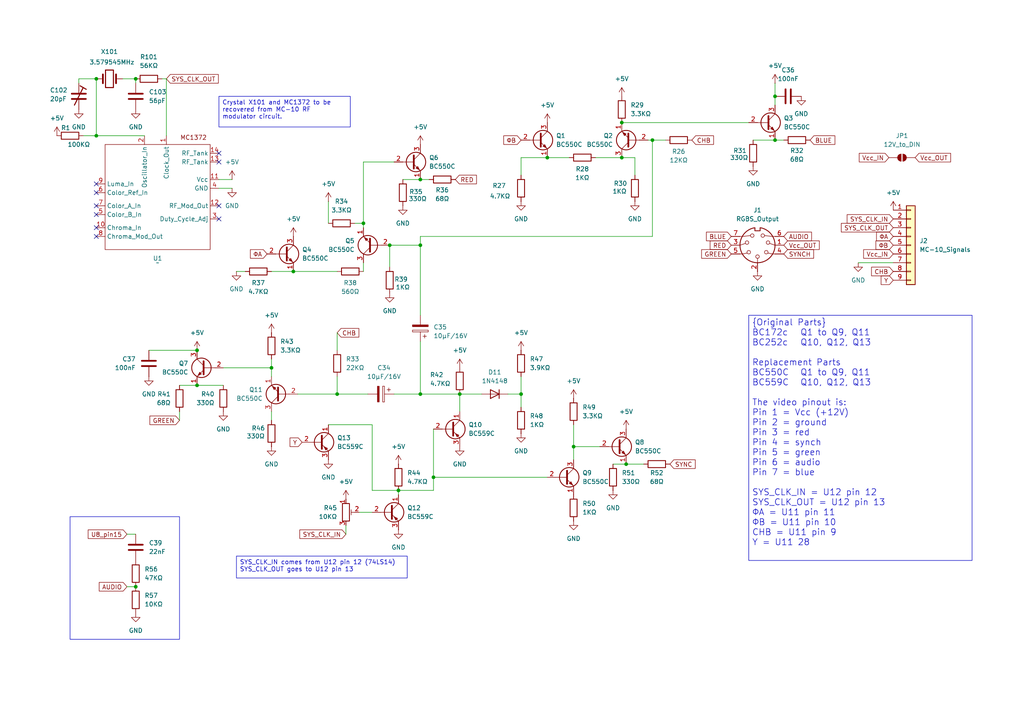
<source format=kicad_sch>
(kicad_sch (version 20250114) (generator "eeschema") (generator_version "9.0")
  (paper "A4")
  (lib_symbols
    (symbol "Clueless_Engineer:MC1372"
      (property "Reference" "U" (at -10.922 -1.016 0))
      (symbol "MC1372_0_1"
        (rectangle (start -12.7 -2.54) (end 17.78 -33.02))
      )
      (symbol "MC1372_1_1"
        (text "MC1372" (at 12.954 -0.508 0) (effects (font (size 1.27 1.27))))
        (pin input line (at -15.24 -13.97 0) (length 2.54) (name "Luma_In") (number "9"))
        (pin input line (at -15.24 -16.51 0) (length 2.54) (name "Color_Ref_In") (number "6"))
        (pin input line (at -15.24 -20.32 0) (length 2.54) (name "Color_A_In") (number "7"))
        (pin input line (at -15.24 -22.86 0) (length 2.54) (name "Color_B_In") (number "5"))
        (pin input line (at -15.24 -26.67 0) (length 2.54) (name "Chroma_In") (number "10"))
        (pin output line (at -15.24 -29.21 0) (length 2.54) (name "Chroma_Mod_Out") (number "8"))
        (pin input line (at -1.27 0 270) (length 2.54) (name "Oscillator_In") (number "2"))
        (pin output line (at 5.08 0 270) (length 2.54) (name "Clock_Out") (number "1"))
        (pin input line (at 20.32 -5.08 180) (length 2.54) (name "RF_Tank") (number "14"))
        (pin input line (at 20.32 -7.62 180) (length 2.54) (name "RF_Tank") (number "13"))
        (pin power_in line (at 20.32 -12.7 180) (length 2.54) (name "Vcc") (number "11"))
        (pin power_in line (at 20.32 -15.24 180) (length 2.54) (name "GND") (number "4"))
        (pin output line (at 20.32 -20.32 180) (length 2.54) (name "RF_Mod_Out") (number "12"))
        (pin input line (at 20.32 -24.13 180) (length 2.54) (name "Duty_Cycle_Adj") (number "3"))
      )
    )
    (symbol "Connector:DIN-7" (pin_names (offset 1.016))
      (property "Reference" "J" (at 3.175 5.715 0))
      (property "Value" "DIN-7" (at 0 -6.604 0))
      (symbol "DIN-7_0_1"
        (polyline (pts (xy -5.08 2.54) (xy -4.318 2.54) (xy -3.048 2.286)))
        (polyline (pts (xy -5.08 0) (xy -3.556 -0.508)))
        (polyline (pts (xy -5.08 -2.54) (xy -4.318 -2.54) (xy -2.032 -2.794)))
        (circle (center -3.048 -0.762) (radius 0.508))
        (circle (center -2.54 2.032) (radius 0.508))
        (circle (center -1.524 -2.794) (radius 0.508))
        (polyline (pts (xy -0.762 -4.953) (xy -0.762 -4.191) (xy 0.762 -4.191) (xy 0.762 -4.953)) (stroke (width 0.254)))
        (arc (start 5.08 0) (mid 3.8673 -3.3444) (end 0.762 -5.08) (stroke (width 0.254)))
        (polyline (pts (xy 0 5.08) (xy 0 3.81)))
        (circle (center 0 3.302) (radius 0.508))
        (arc (start -5.08 0) (mid 0 5.0579) (end 5.08 0) (stroke (width 0.254)))
        (arc (start -0.762 -5.08) (mid -3.8597 -3.3379) (end -5.08 0) (stroke (width 0.254)))
        (circle (center 1.524 -2.794) (radius 0.508))
        (circle (center 2.54 2.032) (radius 0.508))
        (circle (center 3.048 -0.762) (radius 0.508))
        (polyline (pts (xy 5.08 2.54) (xy 4.318 2.54) (xy 3.048 2.286)))
        (polyline (pts (xy 5.08 0) (xy 3.556 -0.508)))
        (polyline (pts (xy 5.08 -2.54) (xy 4.318 -2.54) (xy 2.032 -2.794)))
      )
      (symbol "DIN-7_1_1"
        (pin passive line (at -7.62 2.54 0) (length 2.54) (name "~") (number "4"))
        (pin passive line (at -7.62 0 0) (length 2.54) (name "~") (number "1"))
        (pin passive line (at -7.62 -2.54 0) (length 2.54) (name "~") (number "6"))
        (pin passive line (at 0 7.62 270) (length 2.54) (name "~") (number "2"))
        (pin passive line (at 7.62 2.54 180) (length 2.54) (name "~") (number "5"))
        (pin passive line (at 7.62 0 180) (length 2.54) (name "~") (number "3"))
        (pin passive line (at 7.62 -2.54 180) (length 2.54) (name "~") (number "7"))
      )
    )
    (symbol "Connector_Generic:Conn_01x09" (pin_names (offset 1.016) (hide yes))
      (property "Reference" "J" (at 0 12.7 0))
      (property "Value" "Conn_01x09" (at 0 -12.7 0))
      (symbol "Conn_01x09_1_1"
        (rectangle (start -1.27 11.43) (end 1.27 -11.43) (stroke (width 0.254)) (fill (type background)))
        (rectangle (start -1.27 10.287) (end 0 10.033) (stroke (width 0.1524)))
        (rectangle (start -1.27 7.747) (end 0 7.493) (stroke (width 0.1524)))
        (rectangle (start -1.27 5.207) (end 0 4.953) (stroke (width 0.1524)))
        (rectangle (start -1.27 2.667) (end 0 2.413) (stroke (width 0.1524)))
        (rectangle (start -1.27 0.127) (end 0 -0.127) (stroke (width 0.1524)))
        (rectangle (start -1.27 -2.413) (end 0 -2.667) (stroke (width 0.1524)))
        (rectangle (start -1.27 -4.953) (end 0 -5.207) (stroke (width 0.1524)))
        (rectangle (start -1.27 -7.493) (end 0 -7.747) (stroke (width 0.1524)))
        (rectangle (start -1.27 -10.033) (end 0 -10.287) (stroke (width 0.1524)))
        (pin passive line (at -5.08 10.16 0) (length 3.81) (name "Pin_1") (number "1"))
        (pin passive line (at -5.08 7.62 0) (length 3.81) (name "Pin_2") (number "2"))
        (pin passive line (at -5.08 5.08 0) (length 3.81) (name "Pin_3") (number "3"))
        (pin passive line (at -5.08 2.54 0) (length 3.81) (name "Pin_4") (number "4"))
        (pin passive line (at -5.08 0 0) (length 3.81) (name "Pin_5") (number "5"))
        (pin passive line (at -5.08 -2.54 0) (length 3.81) (name "Pin_6") (number "6"))
        (pin passive line (at -5.08 -5.08 0) (length 3.81) (name "Pin_7") (number "7"))
        (pin passive line (at -5.08 -7.62 0) (length 3.81) (name "Pin_8") (number "8"))
        (pin passive line (at -5.08 -10.16 0) (length 3.81) (name "Pin_9") (number "9"))
      )
    )
    (symbol "Device:C" (pin_numbers (hide yes)) (pin_names (offset 0.254))
      (property "Reference" "C" (at 0.635 2.54 0))
      (property "Value" "C" (at 0.635 -2.54 0))
      (symbol "C_0_1"
        (polyline (pts (xy -2.032 0.762) (xy 2.032 0.762)) (stroke (width 0.508)))
        (polyline (pts (xy -2.032 -0.762) (xy 2.032 -0.762)) (stroke (width 0.508)))
      )
      (symbol "C_1_1"
        (pin passive line (at 0 3.81 270) (length 2.794) (name "~") (number "1"))
        (pin passive line (at 0 -3.81 90) (length 2.794) (name "~") (number "2"))
      )
    )
    (symbol "Device:C_Polarized" (pin_numbers (hide yes)) (pin_names (offset 0.254))
      (property "Reference" "C" (at 0.635 2.54 0))
      (property "Value" "C_Polarized" (at 0.635 -2.54 0))
      (symbol "C_Polarized_0_1"
        (rectangle (start -2.286 0.508) (end 2.286 1.016))
        (polyline (pts (xy -1.778 2.286) (xy -0.762 2.286)))
        (polyline (pts (xy -1.27 2.794) (xy -1.27 1.778)))
        (rectangle (start 2.286 -0.508) (end -2.286 -1.016) (fill (type outline)))
      )
      (symbol "C_Polarized_1_1"
        (pin passive line (at 0 3.81 270) (length 2.794) (name "~") (number "1"))
        (pin passive line (at 0 -3.81 90) (length 2.794) (name "~") (number "2"))
      )
    )
    (symbol "Device:C_Trim" (pin_numbers (hide yes)) (pin_names (offset 0.254) (hide yes))
      (property "Reference" "C" (at 1.524 -2.032 0))
      (property "Value" "C_Trim" (at 3.048 -3.556 0))
      (symbol "C_Trim_0_1"
        (polyline (pts (xy -2.032 0.762) (xy 2.032 0.762)) (stroke (width 0.508)))
        (polyline (pts (xy -2.032 -0.762) (xy 2.032 -0.762)) (stroke (width 0.508)))
        (polyline (pts (xy 1.27 2.54) (xy -1.27 -2.54)) (stroke (width 0.3048)))
        (polyline (pts (xy 1.27 2.54) (xy 0.381 3.048)) (stroke (width 0.3048)))
        (polyline (pts (xy 1.27 2.54) (xy 2.159 2.032)) (stroke (width 0.3048)))
      )
      (symbol "C_Trim_1_1"
        (pin passive line (at 0 3.81 270) (length 3.048) (name "~") (number "1"))
        (pin passive line (at 0 -3.81 90) (length 3.048) (name "~") (number "2"))
      )
    )
    (symbol "Device:Crystal" (pin_numbers (hide yes)) (pin_names (offset 1.016) (hide yes))
      (property "Reference" "Y" (at 0 3.81 0))
      (property "Value" "Crystal" (at 0 -3.81 0))
      (symbol "Crystal_0_1"
        (polyline (pts (xy -2.54 0) (xy -1.905 0)))
        (polyline (pts (xy -1.905 -1.27) (xy -1.905 1.27)) (stroke (width 0.508)))
        (rectangle (start -1.143 2.54) (end 1.143 -2.54) (stroke (width 0.3048)))
        (polyline (pts (xy 1.905 -1.27) (xy 1.905 1.27)) (stroke (width 0.508)))
        (polyline (pts (xy 2.54 0) (xy 1.905 0)))
      )
      (symbol "Crystal_1_1"
        (pin passive line (at -3.81 0 0) (length 1.27) (name "1") (number "1"))
        (pin passive line (at 3.81 0 180) (length 1.27) (name "2") (number "2"))
      )
    )
    (symbol "Device:R" (pin_numbers (hide yes)) (pin_names (offset 0))
      (property "Reference" "R" (at 2.032 0 90))
      (property "Value" "R" (at 0 0 90))
      (symbol "R_0_1"
        (rectangle (start -1.016 -2.54) (end 1.016 2.54) (stroke (width 0.254)))
      )
      (symbol "R_1_1"
        (pin passive line (at 0 3.81 270) (length 1.27) (name "~") (number "1"))
        (pin passive line (at 0 -3.81 90) (length 1.27) (name "~") (number "2"))
      )
    )
    (symbol "Device:R_Potentiometer_Trim" (pin_names (offset 1.016) (hide yes))
      (property "Reference" "RV" (at -4.445 0 90))
      (property "Value" "R_Potentiometer_Trim" (at -2.54 0 90))
      (symbol "R_Potentiometer_Trim_0_1"
        (rectangle (start 1.016 2.54) (end -1.016 -2.54) (stroke (width 0.254)))
        (polyline (pts (xy 1.524 0.762) (xy 1.524 -0.762)))
        (polyline (pts (xy 2.54 0) (xy 1.524 0)))
      )
      (symbol "R_Potentiometer_Trim_1_1"
        (pin passive line (at 0 3.81 270) (length 1.27) (name "1") (number "1"))
        (pin passive line (at 0 -3.81 90) (length 1.27) (name "3") (number "3"))
        (pin passive line (at 3.81 0 180) (length 1.27) (name "2") (number "2"))
      )
    )
    (symbol "Diode:1N4148" (pin_numbers (hide yes)) (pin_names (hide yes))
      (property "Reference" "D" (at 0 2.54 0))
      (property "Value" "1N4148" (at 0 -2.54 0))
      (symbol "1N4148_0_1"
        (polyline (pts (xy -1.27 1.27) (xy -1.27 -1.27)) (stroke (width 0.254)))
        (polyline (pts (xy 1.27 1.27) (xy 1.27 -1.27) (xy -1.27 0) (xy 1.27 1.27)) (stroke (width 0.254)))
        (polyline (pts (xy 1.27 0) (xy -1.27 0)))
      )
      (symbol "1N4148_1_1"
        (pin passive line (at -3.81 0 0) (length 2.54) (name "K") (number "1"))
        (pin passive line (at 3.81 0 180) (length 2.54) (name "A") (number "2"))
      )
    )
    (symbol "Jumper:SolderJumper_2_Open" (pin_numbers (hide yes)) (pin_names (offset 0) (hide yes)) (exclude_from_sim yes) (in_bom no)
      (property "Reference" "JP" (at 0 2.032 0))
      (property "Value" "SolderJumper_2_Open" (at 0 -2.54 0))
      (symbol "SolderJumper_2_Open_0_1"
        (polyline (pts (xy -0.254 1.016) (xy -0.254 -1.016)))
        (arc (start -0.254 -1.016) (mid -1.2656 0) (end -0.254 1.016))
        (arc (start -0.254 -1.016) (mid -1.2656 0) (end -0.254 1.016) (fill (type outline)))
        (arc (start 0.254 1.016) (mid 1.2656 0) (end 0.254 -1.016))
        (arc (start 0.254 1.016) (mid 1.2656 0) (end 0.254 -1.016) (fill (type outline)))
        (polyline (pts (xy 0.254 1.016) (xy 0.254 -1.016)))
      )
      (symbol "SolderJumper_2_Open_1_1"
        (pin passive line (at -3.81 0 0) (length 2.54) (name "A") (number "1"))
        (pin passive line (at 3.81 0 180) (length 2.54) (name "B") (number "2"))
      )
    )
    (symbol "Transistor_BJT:2N3904" (pin_names (offset 0) (hide yes))
      (property "Reference" "Q" (at 5.08 1.905 0))
      (property "Value" "2N3904" (at 5.08 0 0))
      (symbol "2N3904_0_1"
        (polyline (pts (xy -2.54 0) (xy 0.635 0)))
        (polyline (pts (xy 0.635 1.905) (xy 0.635 -1.905)) (stroke (width 0.508)))
        (circle (center 1.27 0) (radius 2.8194) (stroke (width 0.254)))
      )
      (symbol "2N3904_1_1"
        (polyline (pts (xy 0.635 0.635) (xy 2.54 2.54)))
        (polyline (pts (xy 0.635 -0.635) (xy 2.54 -2.54)))
        (polyline (pts (xy 1.27 -1.778) (xy 1.778 -1.27) (xy 2.286 -2.286) (xy 1.27 -1.778)) (fill (type outline)))
        (pin input line (at -5.08 0 0) (length 2.54) (name "B") (number "2"))
        (pin passive line (at 2.54 5.08 270) (length 2.54) (name "C") (number "3"))
        (pin passive line (at 2.54 -5.08 90) (length 2.54) (name "E") (number "1"))
      )
    )
    (symbol "Transistor_BJT:BC558" (pin_names (offset 0) (hide yes))
      (property "Reference" "Q" (at 5.08 1.905 0))
      (property "Value" "BC558" (at 5.08 0 0))
      (symbol "BC558_0_1"
        (polyline (pts (xy -2.54 0) (xy 0.635 0)))
        (polyline (pts (xy 0.635 1.905) (xy 0.635 -1.905)) (stroke (width 0.508)))
        (polyline (pts (xy 0.635 0.635) (xy 2.54 2.54)))
        (polyline (pts (xy 0.635 -0.635) (xy 2.54 -2.54)))
        (circle (center 1.27 0) (radius 2.8194) (stroke (width 0.254)))
        (polyline (pts (xy 2.286 -1.778) (xy 1.778 -2.286) (xy 1.27 -1.27) (xy 2.286 -1.778)) (fill (type outline)))
      )
      (symbol "BC558_1_1"
        (pin input line (at -5.08 0 0) (length 2.54) (name "B") (number "2"))
        (pin passive line (at 2.54 5.08 270) (length 2.54) (name "C") (number "1"))
        (pin passive line (at 2.54 -5.08 90) (length 2.54) (name "E") (number "3"))
      )
    )
    (symbol "power:+5V" (power) (pin_numbers (hide yes)) (pin_names (offset 0) (hide yes))
      (property "Value" "+5V" (at 0 3.556 0))
      (symbol "+5V_0_1"
        (polyline (pts (xy -0.762 1.27) (xy 0 2.54)))
        (polyline (pts (xy 0 2.54) (xy 0.762 1.27)))
        (polyline (pts (xy 0 0) (xy 0 2.54)))
      )
      (symbol "+5V_1_1"
        (pin power_in line (at 0 0 90) (length 0) (name "~") (number "1"))
      )
    )
    (symbol "power:GND" (power) (pin_numbers (hide yes)) (pin_names (offset 0) (hide yes))
      (property "Value" "GND" (at 0 -3.81 0))
      (symbol "GND_0_1"
        (polyline (pts (xy 0 0) (xy 0 -1.27) (xy 1.27 -1.27) (xy 0 -2.54) (xy -1.27 -1.27) (xy 0 -1.27)))
      )
      (symbol "GND_1_1"
        (pin power_in line (at 0 0 270) (length 0) (name "~") (number "1"))
      )
    )
  )
  (rectangle (start 20.32 149.86) (end 52.07 185.42))
  (text_box "{Original Parts}\nBC172c	Q1 to Q9, Q11\nBC252c	Q10, Q12, Q13\n\nReplacement Parts\nBC550C	Q1 to Q9, Q11\nBC559C	Q10, Q12, Q13\n\nThe video pinout is:\nPin 1 = Vcc (+12V)\nPin 2 = ground\nPin 3 = red\nPin 4 = synch\nPin 5 = green\nPin 6 = audio\nPin 7 = blue\n\nSYS_CLK_IN = U12 pin 12\nSYS_CLK_OUT = U12 pin 13\nΦA = U11 pin 11\nΦB = U11 pin 10\nCHB = U11 pin 9\nY = U11 28" (at 217.17 91.44 0) (size 64.77 71.12) (margins 0.9525 0.9525 0.9525 0.9525) (effects (font (size 1.8 1.8)) (justify left top)))
  (text_box "SYS_CLK_IN comes from U12 pin 12 (74LS14)\nSYS_CLK_OUT goes to U12 pin 13" (at 68.58 161.29 0) (size 49.53 6.35) (margins 0.9525 0.9525 0.9525 0.9525) (effects (font (size 1.27 1.27)) (justify left top)))
  (text_box "Crystal X101 and MC1372 to be recovered from MC-10 RF modulator circuit." (at 63.5 27.94 0) (size 38.1 8.89) (margins 0.9525 0.9525 0.9525 0.9525) (effects (font (size 1.27 1.27)) (justify left top)))
  (junction (at 133.35 114.3))
  (junction (at 113.03 71.12))
  (junction (at 27.94 39.37))
  (junction (at 180.34 45.72))
  (junction (at 85.09 78.74))
  (junction (at 57.15 111.76))
  (junction (at 97.79 114.3))
  (junction (at 39.37 22.86))
  (junction (at 39.37 170.18))
  (junction (at 166.37 129.54))
  (junction (at 181.61 134.62))
  (junction (at 224.79 40.64))
  (junction (at 27.94 22.86))
  (junction (at 224.79 27.94))
  (junction (at 180.34 35.56))
  (junction (at 57.15 101.6))
  (junction (at 78.74 106.68))
  (junction (at 121.92 114.3))
  (junction (at 158.75 45.72))
  (junction (at 151.13 114.3))
  (junction (at 115.57 142.24))
  (junction (at 125.73 138.43))
  (junction (at 105.41 64.77))
  (junction (at 121.92 52.07))
  (junction (at 121.92 71.12))
  (junction (at 189.23 40.64))
  (no_connect (at 27.94 59.69))
  (no_connect (at 27.94 68.58))
  (no_connect (at 27.94 62.23))
  (no_connect (at 63.5 59.69))
  (no_connect (at 27.94 53.34))
  (no_connect (at 27.94 66.04))
  (no_connect (at 63.5 63.5))
  (no_connect (at 63.5 46.99))
  (no_connect (at 63.5 44.45))
  (no_connect (at 27.94 55.88))
  (wire (pts (xy 187.96 40.64) (xy 189.23 40.64)))
  (wire (pts (xy 52.07 119.38) (xy 52.07 121.92)))
  (wire (pts (xy 115.57 142.24) (xy 107.95 142.24)))
  (wire (pts (xy 24.13 39.37) (xy 27.94 39.37)))
  (wire (pts (xy 189.23 40.64) (xy 193.04 40.64)))
  (wire (pts (xy 36.83 170.18) (xy 39.37 170.18)))
  (wire (pts (xy 95.25 58.42) (xy 95.25 64.77)))
  (wire (pts (xy 115.57 142.24) (xy 125.73 142.24)))
  (wire (pts (xy 116.84 52.07) (xy 121.92 52.07)))
  (wire (pts (xy 180.34 35.56) (xy 217.17 35.56)))
  (wire (pts (xy 113.03 71.12) (xy 113.03 77.47)))
  (wire (pts (xy 151.13 50.8) (xy 151.13 45.72)))
  (wire (pts (xy 121.92 52.07) (xy 124.46 52.07)))
  (wire (pts (xy 57.15 111.76) (xy 52.07 111.76)))
  (wire (pts (xy 166.37 123.19) (xy 166.37 129.54)))
  (wire (pts (xy 177.8 134.62) (xy 181.61 134.62)))
  (wire (pts (xy 158.75 45.72) (xy 165.1 45.72)))
  (wire (pts (xy 86.36 114.3) (xy 97.79 114.3)))
  (wire (pts (xy 78.74 106.68) (xy 78.74 109.22)))
  (wire (pts (xy 48.26 22.86) (xy 46.99 22.86)))
  (wire (pts (xy 151.13 114.3) (xy 151.13 118.11)))
  (wire (pts (xy 151.13 45.72) (xy 158.75 45.72)))
  (wire (pts (xy 105.41 76.2) (xy 105.41 78.74)))
  (wire (pts (xy 248.92 76.2) (xy 259.08 76.2)))
  (wire (pts (xy 218.44 40.64) (xy 224.79 40.64)))
  (wire (pts (xy 224.79 24.13) (xy 224.79 27.94)))
  (wire (pts (xy 173.99 129.54) (xy 166.37 129.54)))
  (wire (pts (xy 121.92 71.12) (xy 121.92 91.44)))
  (wire (pts (xy 121.92 99.06) (xy 121.92 114.3)))
  (wire (pts (xy 48.26 39.37) (xy 48.26 22.86)))
  (wire (pts (xy 166.37 129.54) (xy 166.37 133.35)))
  (wire (pts (xy 78.74 121.92) (xy 78.74 119.38)))
  (wire (pts (xy 139.7 114.3) (xy 133.35 114.3)))
  (wire (pts (xy 184.15 45.72) (xy 180.34 45.72)))
  (wire (pts (xy 22.86 24.13) (xy 22.86 22.86)))
  (wire (pts (xy 172.72 45.72) (xy 180.34 45.72)))
  (wire (pts (xy 100.33 152.4) (xy 100.33 154.94)))
  (wire (pts (xy 121.92 68.58) (xy 189.23 68.58)))
  (wire (pts (xy 105.41 64.77) (xy 105.41 66.04)))
  (wire (pts (xy 68.58 78.74) (xy 71.12 78.74)))
  (wire (pts (xy 27.94 22.86) (xy 27.94 39.37)))
  (wire (pts (xy 147.32 114.3) (xy 151.13 114.3)))
  (wire (pts (xy 85.09 78.74) (xy 97.79 78.74)))
  (wire (pts (xy 97.79 109.22) (xy 97.79 114.3)))
  (wire (pts (xy 22.86 22.86) (xy 27.94 22.86)))
  (wire (pts (xy 107.95 123.19) (xy 95.25 123.19)))
  (wire (pts (xy 97.79 114.3) (xy 106.68 114.3)))
  (wire (pts (xy 78.74 78.74) (xy 85.09 78.74)))
  (wire (pts (xy 125.73 138.43) (xy 125.73 124.46)))
  (wire (pts (xy 181.61 134.62) (xy 186.69 134.62)))
  (wire (pts (xy 125.73 138.43) (xy 158.75 138.43)))
  (wire (pts (xy 114.3 114.3) (xy 121.92 114.3)))
  (wire (pts (xy 64.77 111.76) (xy 57.15 111.76)))
  (wire (pts (xy 36.83 154.94) (xy 39.37 154.94)))
  (wire (pts (xy 27.94 39.37) (xy 41.91 39.37)))
  (wire (pts (xy 113.03 71.12) (xy 121.92 71.12)))
  (wire (pts (xy 105.41 64.77) (xy 105.41 46.99)))
  (wire (pts (xy 133.35 114.3) (xy 133.35 119.38)))
  (wire (pts (xy 107.95 142.24) (xy 107.95 123.19)))
  (wire (pts (xy 63.5 54.61) (xy 67.31 54.61)))
  (wire (pts (xy 57.15 101.6) (xy 43.18 101.6)))
  (wire (pts (xy 224.79 27.94) (xy 224.79 30.48)))
  (wire (pts (xy 97.79 96.52) (xy 97.79 101.6)))
  (wire (pts (xy 224.79 40.64) (xy 227.33 40.64)))
  (wire (pts (xy 121.92 114.3) (xy 133.35 114.3)))
  (wire (pts (xy 184.15 50.8) (xy 184.15 45.72)))
  (wire (pts (xy 102.87 64.77) (xy 105.41 64.77)))
  (wire (pts (xy 105.41 46.99) (xy 114.3 46.99)))
  (wire (pts (xy 121.92 68.58) (xy 121.92 71.12)))
  (wire (pts (xy 104.14 148.59) (xy 107.95 148.59)))
  (wire (pts (xy 39.37 24.13) (xy 39.37 22.86)))
  (wire (pts (xy 151.13 109.22) (xy 151.13 114.3)))
  (wire (pts (xy 35.56 22.86) (xy 39.37 22.86)))
  (wire (pts (xy 63.5 52.07) (xy 67.31 52.07)))
  (wire (pts (xy 78.74 104.14) (xy 78.74 106.68)))
  (wire (pts (xy 64.77 106.68) (xy 78.74 106.68)))
  (wire (pts (xy 125.73 142.24) (xy 125.73 138.43)))
  (wire (pts (xy 115.57 142.24) (xy 115.57 143.51)))
  (wire (pts (xy 189.23 40.64) (xy 189.23 68.58)))
  (global_label "GREEN" (shape input) (at 52.07 121.92 180) (property "Intersheetrefs" "${INTERSHEET_REFS}" (effects (hide yes))))
  (global_label "RED" (shape input) (at 212.09 71.12 180) (property "Intersheetrefs" "${INTERSHEET_REFS}" (effects (hide yes))))
  (global_label "SYS_CLK_IN" (shape input) (at 259.08 63.5 180) (property "Intersheetrefs" "${INTERSHEET_REFS}" (effects (hide yes))))
  (global_label "Vcc_OUT" (shape input) (at 227.33 71.12 0) (property "Intersheetrefs" "${INTERSHEET_REFS}" (effects (hide yes))))
  (global_label "CHB" (shape input) (at 259.08 78.74 180) (property "Intersheetrefs" "${INTERSHEET_REFS}" (effects (hide yes))))
  (global_label "SYS_CLK_OUT" (shape input) (at 48.26 22.86 0) (property "Intersheetrefs" "${INTERSHEET_REFS}" (effects (hide yes))))
  (global_label "CHB" (shape input) (at 97.79 96.52 0) (property "Intersheetrefs" "${INTERSHEET_REFS}" (effects (hide yes))))
  (global_label "Y" (shape input) (at 87.63 128.27 180) (property "Intersheetrefs" "${INTERSHEET_REFS}" (effects (hide yes))))
  (global_label "ΦA" (shape input) (at 259.08 68.58 180) (property "Intersheetrefs" "${INTERSHEET_REFS}" (effects (hide yes))))
  (global_label "Vcc_IN" (shape input) (at 259.08 73.66 180) (property "Intersheetrefs" "${INTERSHEET_REFS}" (effects (hide yes))))
  (global_label "BLUE" (shape input) (at 212.09 68.58 180) (property "Intersheetrefs" "${INTERSHEET_REFS}" (effects (hide yes))))
  (global_label "ΦA" (shape input) (at 77.47 73.66 180) (property "Intersheetrefs" "${INTERSHEET_REFS}" (effects (hide yes))))
  (global_label "Vcc_OUT" (shape input) (at 265.43 45.72 0) (property "Intersheetrefs" "${INTERSHEET_REFS}" (effects (hide yes))))
  (global_label "U8_pin15" (shape input) (at 36.83 154.94 180) (property "Intersheetrefs" "${INTERSHEET_REFS}" (effects (hide yes))))
  (global_label "GREEN" (shape input) (at 212.09 73.66 180) (property "Intersheetrefs" "${INTERSHEET_REFS}" (effects (hide yes))))
  (global_label "SYNCH" (shape input) (at 227.33 73.66 0) (property "Intersheetrefs" "${INTERSHEET_REFS}" (effects (hide yes))))
  (global_label "SYNC" (shape input) (at 194.31 134.62 0) (property "Intersheetrefs" "${INTERSHEET_REFS}" (effects (hide yes))))
  (global_label "SYS_CLK_IN" (shape input) (at 100.33 154.94 180) (property "Intersheetrefs" "${INTERSHEET_REFS}" (effects (hide yes))))
  (global_label "AUDIO" (shape input) (at 36.83 170.18 180) (property "Intersheetrefs" "${INTERSHEET_REFS}" (effects (hide yes))))
  (global_label "CHB" (shape input) (at 200.66 40.64 0) (property "Intersheetrefs" "${INTERSHEET_REFS}" (effects (hide yes))))
  (global_label "Vcc_IN" (shape input) (at 257.81 45.72 180) (property "Intersheetrefs" "${INTERSHEET_REFS}" (effects (hide yes))))
  (global_label "SYS_CLK_OUT" (shape input) (at 259.08 66.04 180) (property "Intersheetrefs" "${INTERSHEET_REFS}" (effects (hide yes))))
  (global_label "Y" (shape input) (at 259.08 81.28 180) (property "Intersheetrefs" "${INTERSHEET_REFS}" (effects (hide yes))))
  (global_label "BLUE" (shape input) (at 234.95 40.64 0) (property "Intersheetrefs" "${INTERSHEET_REFS}" (effects (hide yes))))
  (global_label "ΦB" (shape input) (at 151.13 40.64 180) (property "Intersheetrefs" "${INTERSHEET_REFS}" (effects (hide yes))))
  (global_label "AUDIO" (shape input) (at 227.33 68.58 0) (property "Intersheetrefs" "${INTERSHEET_REFS}" (effects (hide yes))))
  (global_label "RED" (shape input) (at 132.08 52.07 0) (property "Intersheetrefs" "${INTERSHEET_REFS}" (effects (hide yes))))
  (global_label "ΦB" (shape input) (at 259.08 71.12 180) (property "Intersheetrefs" "${INTERSHEET_REFS}" (effects (hide yes))))
  (symbol (lib_id "Transistor_BJT:2N3904") (at 179.07 129.54 0) (unit 1)
    (property "Reference" "Q8" (at 184.15 128.2699 0) (effects (justify left)))
    (property "Value" "BC550C" (at 184.15 130.8099 0) (effects (justify left)))
    (property "Footprint" "Package_TO_SOT_THT:TO-92_Inline" (effects (hide yes)))
    (property "Datasheet" "https://www.onsemi.com/pub/Collateral/2N3903-D.PDF" (effects (hide yes)))
    (property "Description" "0.2A Ic, 40V Vce, Small Signal NPN Transistor, TO-92" (effects (hide yes)))
  )
  (symbol (lib_id "power:+5V") (at 151.13 101.6 0) (unit 1)
    (property "Reference" "#PWR022" (effects (hide yes)))
    (property "Value" "+5V" (at 151.13 96.52 0))
    (property "Description" "Power symbol creates a global label with name \"+5V\"" (effects (hide yes)))
  )
  (symbol (lib_id "power:GND") (at 78.74 129.54 0) (unit 1)
    (property "Reference" "#PWR018" (effects (hide yes)))
    (property "Value" "GND" (at 78.74 134.62 0))
    (property "Description" "Power symbol creates a global label with name \"GND\" , ground" (effects (hide yes)))
  )
  (symbol (lib_id "power:+5V") (at 95.25 58.42 0) (unit 1)
    (property "Reference" "#PWR013" (effects (hide yes)))
    (property "Value" "+5V" (at 95.25 53.34 0))
    (property "Description" "Power symbol creates a global label with name \"+5V\"" (effects (hide yes)))
  )
  (symbol (lib_id "Clueless_Engineer:MC1372") (at 43.18 39.37 0) (unit 1)
    (property "Reference" "U1" (at 45.72 74.93 0))
    (property "Value" "~" (at 45.72 76.2 0))
    (property "Footprint" "Package_DIP:DIP-14_W7.62mm" (effects (hide yes)))
  )
  (symbol (lib_id "Device:R") (at 20.32 39.37 90) (unit 1)
    (property "Reference" "R1" (at 19.05 37.084 90))
    (property "Value" "100KΩ" (at 22.86 41.91 90))
    (property "Footprint" "Resistor_SMD:R_0603_1608Metric_Pad0.98x0.95mm_HandSolder" (effects (hide yes)))
    (property "Description" "Resistor" (effects (hide yes)))
  )
  (symbol (lib_id "power:+5V") (at 121.92 41.91 0) (unit 1)
    (property "Reference" "#PWR08" (effects (hide yes)))
    (property "Value" "+5V" (at 121.92 36.83 0))
    (property "Description" "Power symbol creates a global label with name \"+5V\"" (effects (hide yes)))
  )
  (symbol (lib_id "Connector_Generic:Conn_01x09") (at 264.16 71.12 0) (unit 1)
    (property "Reference" "J2" (at 266.7 69.8499 0) (effects (justify left)))
    (property "Value" "MC-10_Signals" (at 266.7 72.3899 0) (effects (justify left)))
    (property "Footprint" "Connector_PinSocket_2.54mm:PinSocket_1x09_P2.54mm_Vertical" (effects (hide yes)))
    (property "Description" "Generic connector, single row, 01x09, script generated (kicad-library-utils/schlib/autogen/connector/)" (effects (hide yes)))
  )
  (symbol (lib_id "Transistor_BJT:2N3904") (at 222.25 35.56 0) (unit 1)
    (property "Reference" "Q3" (at 227.33 34.2899 0) (effects (justify left)))
    (property "Value" "BC550C" (at 227.33 36.8299 0) (effects (justify left)))
    (property "Footprint" "Package_TO_SOT_THT:TO-92_Inline" (effects (hide yes)))
    (property "Datasheet" "https://www.onsemi.com/pub/Collateral/2N3903-D.PDF" (effects (hide yes)))
    (property "Description" "0.2A Ic, 40V Vce, Small Signal NPN Transistor, TO-92" (effects (hide yes)))
  )
  (symbol (lib_id "Jumper:SolderJumper_2_Open") (at 261.62 45.72 0) (unit 1)
    (property "Reference" "JP1" (at 261.62 39.37 0))
    (property "Value" "12V_to_DIN" (at 261.62 41.91 0))
    (property "Footprint" "Jumper:SolderJumper-2_P1.3mm_Open_Pad1.0x1.5mm" (effects (hide yes)))
    (property "Description" "Solder Jumper, 2-pole, open" (effects (hide yes)))
  )
  (symbol (lib_id "Device:C") (at 39.37 27.94 0) (unit 1)
    (property "Reference" "C103" (at 43.18 26.6699 0) (effects (justify left)))
    (property "Value" "56pF" (at 43.18 29.2099 0) (effects (justify left)))
    (property "Footprint" "Capacitor_THT:C_Disc_D3.0mm_W2.0mm_P2.50mm" (effects (hide yes)))
    (property "Description" "Unpolarized capacitor" (effects (hide yes)))
  )
  (symbol (lib_id "power:GND") (at 177.8 142.24 0) (unit 1)
    (property "Reference" "#PWR027" (effects (hide yes)))
    (property "Value" "GND" (at 177.8 147.32 0))
    (property "Description" "Power symbol creates a global label with name \"GND\" , ground" (effects (hide yes)))
  )
  (symbol (lib_id "power:+5V") (at 133.35 106.68 0) (unit 1)
    (property "Reference" "#PWR021" (effects (hide yes)))
    (property "Value" "+5V" (at 133.35 101.6 0))
    (property "Description" "Power symbol creates a global label with name \"+5V\"" (effects (hide yes)))
  )
  (symbol (lib_id "Device:R") (at 190.5 134.62 90) (unit 1)
    (property "Reference" "R52" (at 190.5 137.16 90))
    (property "Value" "68Ω" (at 190.5 139.7 90))
    (property "Footprint" "Resistor_SMD:R_0603_1608Metric_Pad0.98x0.95mm_HandSolder" (effects (hide yes)))
    (property "Description" "Resistor" (effects (hide yes)))
  )
  (symbol (lib_id "Device:R") (at 180.34 31.75 0) (unit 1)
    (property "Reference" "R29" (at 182.88 30.4799 0) (effects (justify left)))
    (property "Value" "3.3KΩ" (at 182.88 33.0199 0) (effects (justify left)))
    (property "Footprint" "Resistor_SMD:R_0603_1608Metric_Pad0.98x0.95mm_HandSolder" (effects (hide yes)))
    (property "Description" "Resistor" (effects (hide yes)))
  )
  (symbol (lib_id "Device:R") (at 166.37 147.32 0) (unit 1)
    (property "Reference" "R50" (at 168.91 146.0499 0) (effects (justify left)))
    (property "Value" "1KΩ" (at 168.91 148.5899 0) (effects (justify left)))
    (property "Footprint" "Resistor_SMD:R_0603_1608Metric_Pad0.98x0.95mm_HandSolder" (effects (hide yes)))
    (property "Description" "Resistor" (effects (hide yes)))
  )
  (symbol (lib_id "Device:R") (at 64.77 115.57 0) (mirror y) (unit 1)
    (property "Reference" "R40" (at 62.23 114.2999 0) (effects (justify left)))
    (property "Value" "330Ω" (at 62.23 116.8399 0) (effects (justify left)))
    (property "Footprint" "Resistor_SMD:R_0603_1608Metric_Pad0.98x0.95mm_HandSolder" (effects (hide yes)))
    (property "Description" "Resistor" (effects (hide yes)))
  )
  (symbol (lib_id "power:GND") (at 67.31 54.61 0) (unit 1)
    (property "Reference" "#PWR033" (effects (hide yes)))
    (property "Value" "GND" (at 67.31 59.69 0))
    (property "Description" "Power symbol creates a global label with name \"GND\" , ground" (effects (hide yes)))
  )
  (symbol (lib_id "Connector:DIN-7") (at 219.71 71.12 180) (unit 1)
    (property "Reference" "J1" (at 219.7099 60.96 0))
    (property "Value" "RGBS_Output" (at 219.7099 63.5 0))
    (property "Footprint" "Connector_PinHeader_2.54mm:PinHeader_1x07_P2.54mm_Vertical" (effects (hide yes)))
    (property "Datasheet" "http://www.mouser.com/ds/2/18/40_c091_abd_e-75918.pdf" (effects (hide yes)))
    (property "Description" "7-pin DIN connector" (effects (hide yes)))
  )
  (symbol (lib_id "Device:R") (at 116.84 55.88 0) (unit 1)
    (property "Reference" "R35" (at 120.65 55.626 0))
    (property "Value" "330Ω" (at 121.158 57.658 0))
    (property "Footprint" "Resistor_SMD:R_0603_1608Metric_Pad0.98x0.95mm_HandSolder" (effects (hide yes)))
    (property "Description" "Resistor" (effects (hide yes)))
  )
  (symbol (lib_id "Device:R") (at 151.13 121.92 0) (unit 1)
    (property "Reference" "R48" (at 153.67 120.6499 0) (effects (justify left)))
    (property "Value" "1KΩ" (at 153.67 123.1899 0) (effects (justify left)))
    (property "Footprint" "Resistor_SMD:R_0603_1608Metric_Pad0.98x0.95mm_HandSolder" (effects (hide yes)))
    (property "Description" "Resistor" (effects (hide yes)))
  )
  (symbol (lib_id "Device:R") (at 78.74 100.33 0) (unit 1)
    (property "Reference" "R43" (at 81.28 99.0599 0) (effects (justify left)))
    (property "Value" "3.3KΩ" (at 81.28 101.5999 0) (effects (justify left)))
    (property "Footprint" "Resistor_SMD:R_0603_1608Metric_Pad0.98x0.95mm_HandSolder" (effects (hide yes)))
    (property "Description" "Resistor" (effects (hide yes)))
  )
  (symbol (lib_id "power:GND") (at 39.37 31.75 0) (unit 1)
    (property "Reference" "#PWR035" (effects (hide yes)))
    (property "Value" "GND" (at 39.37 36.83 0))
    (property "Description" "Power symbol creates a global label with name \"GND\" , ground" (effects (hide yes)))
  )
  (symbol (lib_id "Transistor_BJT:2N3904") (at 156.21 40.64 0) (unit 1)
    (property "Reference" "Q1" (at 161.29 39.3699 0) (effects (justify left)))
    (property "Value" "BC550C" (at 161.29 41.9099 0) (effects (justify left)))
    (property "Footprint" "Package_TO_SOT_THT:TO-92_Inline" (effects (hide yes)))
    (property "Datasheet" "https://www.onsemi.com/pub/Collateral/2N3903-D.PDF" (effects (hide yes)))
    (property "Description" "0.2A Ic, 40V Vce, Small Signal NPN Transistor, TO-92" (effects (hide yes)))
  )
  (symbol (lib_id "Device:R") (at 151.13 105.41 0) (unit 1)
    (property "Reference" "R47" (at 153.67 104.1399 0) (effects (justify left)))
    (property "Value" "3.9KΩ" (at 153.67 106.6799 0) (effects (justify left)))
    (property "Footprint" "Resistor_SMD:R_0603_1608Metric_Pad0.98x0.95mm_HandSolder" (effects (hide yes)))
    (property "Description" "Resistor" (effects (hide yes)))
  )
  (symbol (lib_id "power:+5V") (at 181.61 124.46 0) (unit 1)
    (property "Reference" "#PWR026" (effects (hide yes)))
    (property "Value" "+5V" (at 181.61 119.38 0))
    (property "Description" "Power symbol creates a global label with name \"+5V\"" (effects (hide yes)))
  )
  (symbol (lib_id "power:+5V") (at 259.08 60.96 0) (unit 1)
    (property "Reference" "#PWR038" (effects (hide yes)))
    (property "Value" "+5V" (at 259.08 55.88 0))
    (property "Description" "Power symbol creates a global label with name \"+5V\"" (effects (hide yes)))
  )
  (symbol (lib_id "Device:R") (at 78.74 125.73 180) (unit 1)
    (property "Reference" "R46" (at 74.93 124.206 0))
    (property "Value" "330Ω" (at 74.168 126.492 0))
    (property "Footprint" "Resistor_SMD:R_0603_1608Metric_Pad0.98x0.95mm_HandSolder" (effects (hide yes)))
    (property "Description" "Resistor" (effects (hide yes)))
  )
  (symbol (lib_id "power:GND") (at 151.13 125.73 0) (unit 1)
    (property "Reference" "#PWR023" (effects (hide yes)))
    (property "Value" "GND" (at 151.13 130.81 0))
    (property "Description" "Power symbol creates a global label with name \"GND\" , ground" (effects (hide yes)))
  )
  (symbol (lib_id "power:GND") (at 39.37 177.8 0) (unit 1)
    (property "Reference" "#PWR032" (effects (hide yes)))
    (property "Value" "GND" (at 39.37 182.88 0))
    (property "Description" "Power symbol creates a global label with name \"GND\" , ground" (effects (hide yes)))
  )
  (symbol (lib_id "Transistor_BJT:BC558") (at 130.81 124.46 0) (unit 1)
    (property "Reference" "Q10" (at 135.89 123.1899 0) (effects (justify left)))
    (property "Value" "BC559C" (at 135.89 125.7299 0) (effects (justify left)))
    (property "Footprint" "Package_TO_SOT_THT:TO-92_Inline" (effects (hide yes)))
    (property "Datasheet" "https://www.onsemi.com/pub/Collateral/BC556BTA-D.pdf" (effects (hide yes)))
    (property "Description" "0.1A Ic, 30V Vce, PNP Small Signal Transistor, TO-92" (effects (hide yes)))
  )
  (symbol (lib_id "power:GND") (at 219.71 78.74 0) (unit 1)
    (property "Reference" "#PWR031" (effects (hide yes)))
    (property "Value" "GND" (at 219.71 83.82 0))
    (property "Description" "Power symbol creates a global label with name \"GND\" , ground" (effects (hide yes)))
  )
  (symbol (lib_id "Diode:1N4148") (at 143.51 114.3 180) (unit 1)
    (property "Reference" "D11" (at 143.51 107.95 0))
    (property "Value" "1N4148" (at 143.51 110.49 0))
    (property "Footprint" "Diode_SMD:D_SOD-323_HandSoldering" (effects (hide yes)))
    (property "Datasheet" "https://assets.nexperia.com/documents/data-sheet/1N4148_1N4448.pdf" (effects (hide yes)))
    (property "Description" "100V 0.15A standard switching diode, DO-35" (effects (hide yes)))
    (property "Sim.Device" "D" (effects (hide yes)))
    (property "Sim.Pins" "1=K 2=A" (effects (hide yes)))
  )
  (symbol (lib_id "Device:R") (at 184.15 54.61 180) (unit 1)
    (property "Reference" "R30" (at 179.959 53.213 0))
    (property "Value" "1KΩ" (at 179.705 55.499 0))
    (property "Footprint" "Resistor_SMD:R_0603_1608Metric_Pad0.98x0.95mm_HandSolder" (effects (hide yes)))
    (property "Description" "Resistor" (effects (hide yes)))
  )
  (symbol (lib_id "power:GND") (at 166.37 151.13 0) (unit 1)
    (property "Reference" "#PWR024" (effects (hide yes)))
    (property "Value" "GND" (at 166.37 156.21 0))
    (property "Description" "Power symbol creates a global label with name \"GND\" , ground" (effects (hide yes)))
  )
  (symbol (lib_id "power:GND") (at 95.25 133.35 0) (unit 1)
    (property "Reference" "#PWR014" (effects (hide yes)))
    (property "Value" "GND" (at 95.25 138.43 0))
    (property "Description" "Power symbol creates a global label with name \"GND\" , ground" (effects (hide yes)))
  )
  (symbol (lib_id "power:GND") (at 218.44 48.26 0) (unit 1)
    (property "Reference" "#PWR03" (effects (hide yes)))
    (property "Value" "GND" (at 218.44 53.34 0))
    (property "Description" "Power symbol creates a global label with name \"GND\" , ground" (effects (hide yes)))
  )
  (symbol (lib_id "Device:C_Polarized") (at 121.92 95.25 180) (unit 1)
    (property "Reference" "C35" (at 125.73 94.8689 0) (effects (justify right)))
    (property "Value" "10µF/16V" (at 125.73 97.4089 0) (effects (justify right)))
    (property "Footprint" "Capacitor_THT:CP_Radial_D5.0mm_P2.50mm" (effects (hide yes)))
    (property "Description" "Polarized capacitor" (effects (hide yes)))
  )
  (symbol (lib_id "Transistor_BJT:2N3904") (at 119.38 46.99 0) (unit 1)
    (property "Reference" "Q6" (at 124.46 45.7199 0) (effects (justify left)))
    (property "Value" "BC550C" (at 124.46 48.2599 0) (effects (justify left)))
    (property "Footprint" "Package_TO_SOT_THT:TO-92_Inline" (effects (hide yes)))
    (property "Datasheet" "https://www.onsemi.com/pub/Collateral/2N3903-D.PDF" (effects (hide yes)))
    (property "Description" "0.2A Ic, 40V Vce, Small Signal NPN Transistor, TO-92" (effects (hide yes)))
  )
  (symbol (lib_id "power:GND") (at 22.86 31.75 0) (unit 1)
    (property "Reference" "#PWR036" (effects (hide yes)))
    (property "Value" "GND" (at 22.86 36.83 0))
    (property "Description" "Power symbol creates a global label with name \"GND\" , ground" (effects (hide yes)))
  )
  (symbol (lib_id "power:+5V") (at 166.37 115.57 0) (unit 1)
    (property "Reference" "#PWR025" (effects (hide yes)))
    (property "Value" "+5V" (at 166.37 110.49 0))
    (property "Description" "Power symbol creates a global label with name \"+5V\"" (effects (hide yes)))
  )
  (symbol (lib_id "power:+5V") (at 158.75 35.56 0) (unit 1)
    (property "Reference" "#PWR07" (effects (hide yes)))
    (property "Value" "+5V" (at 158.75 30.48 0))
    (property "Description" "Power symbol creates a global label with name \"+5V\"" (effects (hide yes)))
  )
  (symbol (lib_id "power:+5V") (at 78.74 96.52 0) (unit 1)
    (property "Reference" "#PWR016" (effects (hide yes)))
    (property "Value" "+5V" (at 78.74 91.44 0))
    (property "Description" "Power symbol creates a global label with name \"+5V\"" (effects (hide yes)))
  )
  (symbol (lib_id "Transistor_BJT:2N3904") (at 59.69 106.68 0) (mirror y) (unit 1)
    (property "Reference" "Q7" (at 54.61 105.4099 0) (effects (justify left)))
    (property "Value" "BC550C" (at 54.61 107.9499 0) (effects (justify left)))
    (property "Footprint" "Package_TO_SOT_THT:TO-92_Inline" (effects (hide yes)))
    (property "Datasheet" "https://www.onsemi.com/pub/Collateral/2N3903-D.PDF" (effects (hide yes)))
    (property "Description" "0.2A Ic, 40V Vce, Small Signal NPN Transistor, TO-92" (effects (hide yes)))
  )
  (symbol (lib_id "Device:R") (at 101.6 78.74 90) (unit 1)
    (property "Reference" "R38" (at 101.6 82.042 90))
    (property "Value" "560Ω" (at 101.6 84.582 90))
    (property "Footprint" "Resistor_SMD:R_0603_1608Metric_Pad0.98x0.95mm_HandSolder" (effects (hide yes)))
    (property "Description" "Resistor" (effects (hide yes)))
  )
  (symbol (lib_id "Transistor_BJT:BC558") (at 113.03 148.59 0) (unit 1)
    (property "Reference" "Q12" (at 118.11 147.3199 0) (effects (justify left)))
    (property "Value" "BC559C" (at 118.11 149.8599 0) (effects (justify left)))
    (property "Footprint" "Package_TO_SOT_THT:TO-92_Inline" (effects (hide yes)))
    (property "Datasheet" "https://www.onsemi.com/pub/Collateral/BC556BTA-D.pdf" (effects (hide yes)))
    (property "Description" "0.1A Ic, 30V Vce, PNP Small Signal Transistor, TO-92" (effects (hide yes)))
  )
  (symbol (lib_id "power:+5V") (at 224.79 24.13 0) (unit 1)
    (property "Reference" "#PWR01" (effects (hide yes)))
    (property "Value" "+5V" (at 224.79 19.05 0))
    (property "Description" "Power symbol creates a global label with name \"+5V\"" (effects (hide yes)))
  )
  (symbol (lib_id "Device:R") (at 39.37 166.37 180) (unit 1)
    (property "Reference" "R56" (at 41.91 165.0999 0) (effects (justify right)))
    (property "Value" "47KΩ" (at 41.91 167.6399 0) (effects (justify right)))
    (property "Footprint" "Resistor_SMD:R_0603_1608Metric_Pad0.98x0.95mm_HandSolder" (effects (hide yes)))
    (property "Description" "Resistor" (effects (hide yes)))
  )
  (symbol (lib_id "power:GND") (at 115.57 153.67 0) (unit 1)
    (property "Reference" "#PWR017" (effects (hide yes)))
    (property "Value" "GND" (at 115.57 158.75 0))
    (property "Description" "Power symbol creates a global label with name \"GND\" , ground" (effects (hide yes)))
  )
  (symbol (lib_id "Device:R") (at 151.13 54.61 180) (unit 1)
    (property "Reference" "R27" (at 144.78 53.848 0))
    (property "Value" "4.7KΩ" (at 145.034 56.896 0))
    (property "Footprint" "Resistor_SMD:R_0603_1608Metric_Pad0.98x0.95mm_HandSolder" (effects (hide yes)))
    (property "Description" "Resistor" (effects (hide yes)))
  )
  (symbol (lib_id "Transistor_BJT:2N3904") (at 107.95 71.12 180) (unit 1)
    (property "Reference" "Q5" (at 102.87 69.8499 0) (effects (justify left)))
    (property "Value" "BC550C" (at 102.87 72.3899 0) (effects (justify left)))
    (property "Footprint" "Package_TO_SOT_THT:TO-92_Inline" (effects (hide yes)))
    (property "Datasheet" "https://www.onsemi.com/pub/Collateral/2N3903-D.PDF" (effects (hide yes)))
    (property "Description" "0.2A Ic, 40V Vce, Small Signal NPN Transistor, TO-92" (effects (hide yes)))
  )
  (symbol (lib_id "Transistor_BJT:2N3904") (at 182.88 40.64 180) (unit 1)
    (property "Reference" "Q2" (at 177.8 39.3699 0) (effects (justify left)))
    (property "Value" "BC550C" (at 177.8 41.9099 0) (effects (justify left)))
    (property "Footprint" "Package_TO_SOT_THT:TO-92_Inline" (effects (hide yes)))
    (property "Datasheet" "https://www.onsemi.com/pub/Collateral/2N3903-D.PDF" (effects (hide yes)))
    (property "Description" "0.2A Ic, 40V Vce, Small Signal NPN Transistor, TO-92" (effects (hide yes)))
  )
  (symbol (lib_id "Transistor_BJT:2N3904") (at 163.83 138.43 0) (unit 1)
    (property "Reference" "Q9" (at 168.91 137.1599 0) (effects (justify left)))
    (property "Value" "BC550C" (at 168.91 139.6999 0) (effects (justify left)))
    (property "Footprint" "Package_TO_SOT_THT:TO-92_Inline" (effects (hide yes)))
    (property "Datasheet" "https://www.onsemi.com/pub/Collateral/2N3903-D.PDF" (effects (hide yes)))
    (property "Description" "0.2A Ic, 40V Vce, Small Signal NPN Transistor, TO-92" (effects (hide yes)))
  )
  (symbol (lib_id "Device:C") (at 43.18 105.41 0) (mirror y) (unit 1)
    (property "Reference" "C37" (at 39.37 104.1399 0) (effects (justify left)))
    (property "Value" "100nF" (at 39.37 106.6799 0) (effects (justify left)))
    (property "Footprint" "Capacitor_THT:C_Disc_D3.0mm_W2.0mm_P2.50mm" (effects (hide yes)))
    (property "Description" "Unpolarized capacitor" (effects (hide yes)))
  )
  (symbol (lib_id "Device:R_Potentiometer_Trim") (at 100.33 148.59 0) (unit 1)
    (property "Reference" "R45" (at 97.79 147.3199 0) (effects (justify right)))
    (property "Value" "10KΩ" (at 97.79 149.8599 0) (effects (justify right)))
    (property "Footprint" "Clueless_Engineer:PTN091V10115K1B" (effects (hide yes)))
    (property "Description" "Trim-potentiometer" (effects (hide yes)))
  )
  (symbol (lib_id "power:+5V") (at 16.51 39.37 0) (unit 1)
    (property "Reference" "#PWR037" (effects (hide yes)))
    (property "Value" "+5V" (at 16.51 34.29 0))
    (property "Description" "Power symbol creates a global label with name \"+5V\"" (effects (hide yes)))
  )
  (symbol (lib_id "power:GND") (at 151.13 58.42 0) (unit 1)
    (property "Reference" "#PWR06" (effects (hide yes)))
    (property "Value" "GND" (at 151.13 63.5 0))
    (property "Description" "Power symbol creates a global label with name \"GND\" , ground" (effects (hide yes)))
  )
  (symbol (lib_id "power:+5V") (at 67.31 52.07 0) (unit 1)
    (property "Reference" "#PWR034" (effects (hide yes)))
    (property "Value" "+5V" (at 67.31 46.99 0))
    (property "Description" "Power symbol creates a global label with name \"+5V\"" (effects (hide yes)))
  )
  (symbol (lib_id "Device:Crystal") (at 31.75 22.86 180) (unit 1)
    (property "Reference" "X101" (at 29.21 14.986 0) (effects (justify right)))
    (property "Value" "3.579545MHz" (at 25.908 18.034 0) (effects (justify right)))
    (property "Footprint" "Crystal:Crystal_HC49-U_Vertical" (effects (hide yes)))
    (property "Description" "Two pin crystal" (effects (hide yes)))
  )
  (symbol (lib_id "Device:R") (at 133.35 110.49 0) (unit 1)
    (property "Reference" "R42" (at 124.714 108.712 0) (effects (justify left)))
    (property "Value" "4.7KΩ" (at 124.714 111.252 0) (effects (justify left)))
    (property "Footprint" "Resistor_SMD:R_0603_1608Metric_Pad0.98x0.95mm_HandSolder" (effects (hide yes)))
    (property "Description" "Resistor" (effects (hide yes)))
  )
  (symbol (lib_id "Device:C_Polarized") (at 110.49 114.3 270) (unit 1)
    (property "Reference" "C34" (at 111.379 106.68 90))
    (property "Value" "10µF/16V" (at 111.379 109.22 90))
    (property "Footprint" "Capacitor_THT:CP_Radial_D5.0mm_P2.50mm" (effects (hide yes)))
    (property "Description" "Polarized capacitor" (effects (hide yes)))
  )
  (symbol (lib_id "Device:R") (at 52.07 115.57 0) (mirror y) (unit 1)
    (property "Reference" "R41" (at 49.53 114.2999 0) (effects (justify left)))
    (property "Value" "68Ω" (at 49.53 116.8399 0) (effects (justify left)))
    (property "Footprint" "Resistor_SMD:R_0603_1608Metric_Pad0.98x0.95mm_HandSolder" (effects (hide yes)))
    (property "Description" "Resistor" (effects (hide yes)))
  )
  (symbol (lib_id "power:GND") (at 232.41 27.94 0) (unit 1)
    (property "Reference" "#PWR02" (effects (hide yes)))
    (property "Value" "GND" (at 232.41 33.02 0))
    (property "Description" "Power symbol creates a global label with name \"GND\" , ground" (effects (hide yes)))
  )
  (symbol (lib_id "power:GND") (at 43.18 109.22 0) (mirror y) (unit 1)
    (property "Reference" "#PWR029" (effects (hide yes)))
    (property "Value" "GND" (at 43.18 114.3 0))
    (property "Description" "Power symbol creates a global label with name \"GND\" , ground" (effects (hide yes)))
  )
  (symbol (lib_id "Transistor_BJT:BC558") (at 92.71 128.27 0) (unit 1)
    (property "Reference" "Q13" (at 97.79 126.9999 0) (effects (justify left)))
    (property "Value" "BC559C" (at 97.79 129.5399 0) (effects (justify left)))
    (property "Footprint" "Package_TO_SOT_THT:TO-92_Inline" (effects (hide yes)))
    (property "Datasheet" "https://www.onsemi.com/pub/Collateral/BC556BTA-D.pdf" (effects (hide yes)))
    (property "Description" "0.1A Ic, 30V Vce, PNP Small Signal Transistor, TO-92" (effects (hide yes)))
  )
  (symbol (lib_id "power:GND") (at 64.77 119.38 0) (mirror y) (unit 1)
    (property "Reference" "#PWR030" (effects (hide yes)))
    (property "Value" "GND" (at 64.77 124.46 0))
    (property "Description" "Power symbol creates a global label with name \"GND\" , ground" (effects (hide yes)))
  )
  (symbol (lib_id "Device:C_Trim") (at 22.86 27.94 0) (unit 1)
    (property "Reference" "C102" (at 14.478 26.162 0) (effects (justify left)))
    (property "Value" "20pF" (at 14.478 28.702 0) (effects (justify left)))
    (property "Footprint" "Capacitor_SMD:C_Trimmer_Murata_TZB4-B" (effects (hide yes)))
    (property "Description" "Trimmable capacitor" (effects (hide yes)))
  )
  (symbol (lib_id "power:GND") (at 68.58 78.74 0) (unit 1)
    (property "Reference" "#PWR010" (effects (hide yes)))
    (property "Value" "GND" (at 68.58 83.82 0))
    (property "Description" "Power symbol creates a global label with name \"GND\" , ground" (effects (hide yes)))
  )
  (symbol (lib_id "Device:R") (at 39.37 173.99 180) (unit 1)
    (property "Reference" "R57" (at 41.91 172.7199 0) (effects (justify right)))
    (property "Value" "10KΩ" (at 41.91 175.2599 0) (effects (justify right)))
    (property "Footprint" "Resistor_SMD:R_0603_1608Metric_Pad0.98x0.95mm_HandSolder" (effects (hide yes)))
    (property "Description" "Resistor" (effects (hide yes)))
  )
  (symbol (lib_id "Transistor_BJT:2N3904") (at 81.28 114.3 180) (unit 1)
    (property "Reference" "Q11" (at 76.2 113.0299 0) (effects (justify left)))
    (property "Value" "BC550C" (at 76.2 115.5699 0) (effects (justify left)))
    (property "Footprint" "Package_TO_SOT_THT:TO-92_Inline" (effects (hide yes)))
    (property "Datasheet" "https://www.onsemi.com/pub/Collateral/2N3903-D.PDF" (effects (hide yes)))
    (property "Description" "0.2A Ic, 40V Vce, Small Signal NPN Transistor, TO-92" (effects (hide yes)))
  )
  (symbol (lib_id "Device:R") (at 43.18 22.86 90) (unit 1)
    (property "Reference" "R101" (at 43.18 16.51 90))
    (property "Value" "56KΩ" (at 43.18 19.05 90))
    (property "Footprint" "Resistor_SMD:R_0603_1608Metric_Pad0.98x0.95mm_HandSolder" (effects (hide yes)))
    (property "Description" "Resistor" (effects (hide yes)))
  )
  (symbol (lib_id "Device:R") (at 97.79 105.41 0) (unit 1)
    (property "Reference" "R33" (at 100.33 104.1399 0) (effects (justify left)))
    (property "Value" "22KΩ" (at 100.33 106.6799 0) (effects (justify left)))
    (property "Footprint" "Resistor_SMD:R_0603_1608Metric_Pad0.98x0.95mm_HandSolder" (effects (hide yes)))
    (property "Description" "Resistor" (effects (hide yes)))
  )
  (symbol (lib_id "Device:R") (at 115.57 138.43 0) (unit 1)
    (property "Reference" "R44" (at 118.11 137.1599 0) (effects (justify left)))
    (property "Value" "4.7KΩ" (at 118.11 139.6999 0) (effects (justify left)))
    (property "Footprint" "Resistor_SMD:R_0603_1608Metric_Pad0.98x0.95mm_HandSolder" (effects (hide yes)))
    (property "Description" "Resistor" (effects (hide yes)))
  )
  (symbol (lib_id "power:GND") (at 116.84 59.69 0) (unit 1)
    (property "Reference" "#PWR09" (effects (hide yes)))
    (property "Value" "GND" (at 116.84 64.77 0))
    (property "Description" "Power symbol creates a global label with name \"GND\" , ground" (effects (hide yes)))
  )
  (symbol (lib_id "power:GND") (at 113.03 85.09 0) (unit 1)
    (property "Reference" "#PWR011" (effects (hide yes)))
    (property "Value" "GND" (at 113.03 90.17 0))
    (property "Description" "Power symbol creates a global label with name \"GND\" , ground" (effects (hide yes)))
  )
  (symbol (lib_id "Device:C") (at 39.37 158.75 180) (unit 1)
    (property "Reference" "C39" (at 43.18 157.4799 0) (effects (justify right)))
    (property "Value" "22nF" (at 43.18 160.0199 0) (effects (justify right)))
    (property "Footprint" "Capacitor_THT:C_Disc_D3.0mm_W2.0mm_P2.50mm" (effects (hide yes)))
    (property "Description" "Unpolarized capacitor" (effects (hide yes)))
  )
  (symbol (lib_id "power:+5V") (at 57.15 101.6 0) (mirror y) (unit 1)
    (property "Reference" "#PWR028" (effects (hide yes)))
    (property "Value" "+5V" (at 57.15 96.52 0))
    (property "Description" "Power symbol creates a global label with name \"+5V\"" (effects (hide yes)))
  )
  (symbol (lib_id "power:GND") (at 184.15 58.42 0) (unit 1)
    (property "Reference" "#PWR05" (effects (hide yes)))
    (property "Value" "GND" (at 184.15 63.5 0))
    (property "Description" "Power symbol creates a global label with name \"GND\" , ground" (effects (hide yes)))
  )
  (symbol (lib_id "power:+5V") (at 100.33 144.78 0) (unit 1)
    (property "Reference" "#PWR019" (effects (hide yes)))
    (property "Value" "+5V" (at 100.33 139.7 0))
    (property "Description" "Power symbol creates a global label with name \"+5V\"" (effects (hide yes)))
  )
  (symbol (lib_id "power:+5V") (at 85.09 68.58 0) (unit 1)
    (property "Reference" "#PWR012" (effects (hide yes)))
    (property "Value" "+5V" (at 85.09 63.5 0))
    (property "Description" "Power symbol creates a global label with name \"+5V\"" (effects (hide yes)))
  )
  (symbol (lib_id "Transistor_BJT:2N3904") (at 82.55 73.66 0) (unit 1)
    (property "Reference" "Q4" (at 87.63 72.3899 0) (effects (justify left)))
    (property "Value" "BC550C" (at 87.63 74.9299 0) (effects (justify left)))
    (property "Footprint" "Package_TO_SOT_THT:TO-92_Inline" (effects (hide yes)))
    (property "Datasheet" "https://www.onsemi.com/pub/Collateral/2N3903-D.PDF" (effects (hide yes)))
    (property "Description" "0.2A Ic, 40V Vce, Small Signal NPN Transistor, TO-92" (effects (hide yes)))
  )
  (symbol (lib_id "Device:R") (at 166.37 119.38 0) (unit 1)
    (property "Reference" "R49" (at 168.91 118.1099 0) (effects (justify left)))
    (property "Value" "3.3KΩ" (at 168.91 120.6499 0) (effects (justify left)))
    (property "Footprint" "Resistor_SMD:R_0603_1608Metric_Pad0.98x0.95mm_HandSolder" (effects (hide yes)))
    (property "Description" "Resistor" (effects (hide yes)))
  )
  (symbol (lib_id "Device:R") (at 196.85 40.64 90) (unit 1)
    (property "Reference" "R26" (at 196.85 43.942 90))
    (property "Value" "12KΩ" (at 196.85 46.482 90))
    (property "Footprint" "Resistor_SMD:R_0603_1608Metric_Pad0.98x0.95mm_HandSolder" (effects (hide yes)))
    (property "Description" "Resistor" (effects (hide yes)))
  )
  (symbol (lib_id "power:+5V") (at 180.34 27.94 0) (unit 1)
    (property "Reference" "#PWR04" (effects (hide yes)))
    (property "Value" "+5V" (at 180.34 22.86 0))
    (property "Description" "Power symbol creates a global label with name \"+5V\"" (effects (hide yes)))
  )
  (symbol (lib_id "Device:R") (at 113.03 81.28 180) (unit 1)
    (property "Reference" "R39" (at 116.332 81.026 0))
    (property "Value" "1KΩ" (at 116.84 83.312 0))
    (property "Footprint" "Resistor_SMD:R_0603_1608Metric_Pad0.98x0.95mm_HandSolder" (effects (hide yes)))
    (property "Description" "Resistor" (effects (hide yes)))
  )
  (symbol (lib_id "Device:R") (at 177.8 138.43 0) (unit 1)
    (property "Reference" "R51" (at 180.34 137.1599 0) (effects (justify left)))
    (property "Value" "330Ω" (at 180.34 139.6999 0) (effects (justify left)))
    (property "Footprint" "Resistor_SMD:R_0603_1608Metric_Pad0.98x0.95mm_HandSolder" (effects (hide yes)))
    (property "Description" "Resistor" (effects (hide yes)))
  )
  (symbol (lib_id "Device:R") (at 99.06 64.77 90) (unit 1)
    (property "Reference" "R34" (at 99.06 58.42 90))
    (property "Value" "3.3KΩ" (at 99.06 60.96 90))
    (property "Footprint" "Resistor_SMD:R_0603_1608Metric_Pad0.98x0.95mm_HandSolder" (effects (hide yes)))
    (property "Description" "Resistor" (effects (hide yes)))
  )
  (symbol (lib_id "power:+5V") (at 115.57 134.62 0) (unit 1)
    (property "Reference" "#PWR015" (effects (hide yes)))
    (property "Value" "+5V" (at 115.57 129.54 0))
    (property "Description" "Power symbol creates a global label with name \"+5V\"" (effects (hide yes)))
  )
  (symbol (lib_id "power:GND") (at 248.92 76.2 0) (unit 1)
    (property "Reference" "#PWR039" (effects (hide yes)))
    (property "Value" "GND" (at 248.92 81.28 0))
    (property "Description" "Power symbol creates a global label with name \"GND\" , ground" (effects (hide yes)))
  )
  (symbol (lib_id "Device:C") (at 228.6 27.94 90) (unit 1)
    (property "Reference" "C36" (at 228.6 20.32 90))
    (property "Value" "100nF" (at 228.6 22.86 90))
    (property "Footprint" "Capacitor_THT:C_Disc_D3.0mm_W2.0mm_P2.50mm" (effects (hide yes)))
    (property "Description" "Unpolarized capacitor" (effects (hide yes)))
  )
  (symbol (lib_id "Device:R") (at 128.27 52.07 270) (unit 1)
    (property "Reference" "R36" (at 128.27 55.118 90))
    (property "Value" "68Ω" (at 128.27 57.658 90))
    (property "Footprint" "Resistor_SMD:R_0603_1608Metric_Pad0.98x0.95mm_HandSolder" (effects (hide yes)))
    (property "Description" "Resistor" (effects (hide yes)))
  )
  (symbol (lib_id "Device:R") (at 168.91 45.72 90) (unit 1)
    (property "Reference" "R28" (at 168.91 49.022 90))
    (property "Value" "1KΩ" (at 168.91 51.562 90))
    (property "Footprint" "Resistor_SMD:R_0603_1608Metric_Pad0.98x0.95mm_HandSolder" (effects (hide yes)))
    (property "Description" "Resistor" (effects (hide yes)))
  )
  (symbol (lib_id "power:GND") (at 133.35 129.54 0) (unit 1)
    (property "Reference" "#PWR020" (effects (hide yes)))
    (property "Value" "GND" (at 133.35 134.62 0))
    (property "Description" "Power symbol creates a global label with name \"GND\" , ground" (effects (hide yes)))
  )
  (symbol (lib_id "Device:R") (at 231.14 40.64 270) (unit 1)
    (property "Reference" "R32" (at 231.14 43.688 90))
    (property "Value" "68Ω" (at 231.14 46.228 90))
    (property "Footprint" "Resistor_SMD:R_0603_1608Metric_Pad0.98x0.95mm_HandSolder" (effects (hide yes)))
    (property "Description" "Resistor" (effects (hide yes)))
  )
  (symbol (lib_id "Device:R") (at 218.44 44.45 0) (unit 1)
    (property "Reference" "R31" (at 214.63 43.688 0))
    (property "Value" "330Ω" (at 214.376 45.72 0))
    (property "Footprint" "Resistor_SMD:R_0603_1608Metric_Pad0.98x0.95mm_HandSolder" (effects (hide yes)))
    (property "Description" "Resistor" (effects (hide yes)))
  )
  (symbol (lib_id "Device:R") (at 74.93 78.74 90) (unit 1)
    (property "Reference" "R37" (at 74.93 82.042 90))
    (property "Value" "4.7KΩ" (at 74.93 84.582 90))
    (property "Footprint" "Resistor_SMD:R_0603_1608Metric_Pad0.98x0.95mm_HandSolder" (effects (hide yes)))
    (property "Description" "Resistor" (effects (hide yes)))
  )
)
</source>
